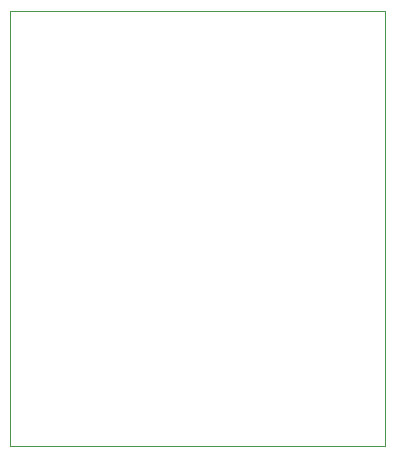
<source format=gbr>
G04 #@! TF.GenerationSoftware,KiCad,Pcbnew,5.1.7+dfsg1-1~bpo10+1*
G04 #@! TF.CreationDate,2020-11-11T10:24:14+09:00*
G04 #@! TF.ProjectId,MPU6050+ESP01_1,4d505536-3035-4302-9b45-535030315f31,rev?*
G04 #@! TF.SameCoordinates,Original*
G04 #@! TF.FileFunction,Profile,NP*
%FSLAX46Y46*%
G04 Gerber Fmt 4.6, Leading zero omitted, Abs format (unit mm)*
G04 Created by KiCad (PCBNEW 5.1.7+dfsg1-1~bpo10+1) date 2020-11-11 10:24:14*
%MOMM*%
%LPD*%
G01*
G04 APERTURE LIST*
G04 #@! TA.AperFunction,Profile*
%ADD10C,0.050000*%
G04 #@! TD*
G04 APERTURE END LIST*
D10*
X99060000Y-134620000D02*
X99060000Y-97790000D01*
X130810000Y-134620000D02*
X99060000Y-134620000D01*
X130810000Y-97790000D02*
X130810000Y-134620000D01*
X99060000Y-97790000D02*
X130810000Y-97790000D01*
M02*

</source>
